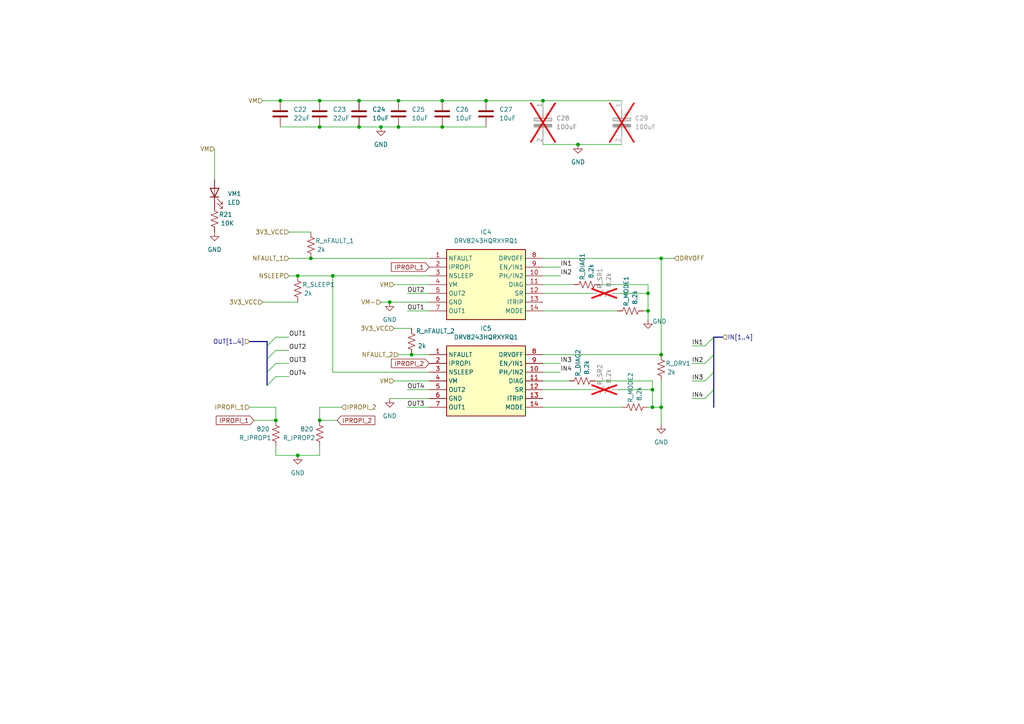
<source format=kicad_sch>
(kicad_sch (version 20231120) (generator "eeschema") (generator_version "8.0")
  (paper "A4")
  (lib_symbols
    (symbol "Device:C" (pin_numbers hide) (pin_names (offset 0.254))
      (property "Reference" "C" (at 0.635 2.54 0))
      (property "Value" "C" (at 0.635 -2.54 0))
      (symbol "C_0_1"
        (polyline (pts (xy -2.032 -0.762) (xy 2.032 -0.762)) (stroke (width 0.508)))
        (polyline (pts (xy -2.032 0.762) (xy 2.032 0.762)) (stroke (width 0.508)))
      )
      (symbol "C_1_1"
        (pin passive line (at 0 3.81 270) (length 2.794) (name "~") (number "1"))
        (pin passive line (at 0 -3.81 90) (length 2.794) (name "~") (number "2"))
      )
    )
    (symbol "Device:LED" (pin_numbers hide) (pin_names (offset 1.016) hide)
      (property "Reference" "D" (at 0 2.54 0))
      (property "Value" "LED" (at 0 -2.54 0))
      (symbol "LED_0_1"
        (polyline (pts (xy -1.27 -1.27) (xy -1.27 1.27)) (stroke (width 0.254)))
        (polyline (pts (xy -1.27 0) (xy 1.27 0)))
        (polyline (pts (xy 1.27 -1.27) (xy 1.27 1.27) (xy -1.27 0) (xy 1.27 -1.27)) (stroke (width 0.254)))
        (polyline (pts (xy -3.048 -0.762) (xy -4.572 -2.286) (xy -3.81 -2.286) (xy -4.572 -2.286) (xy -4.572 -1.524)))
        (polyline (pts (xy -1.778 -0.762) (xy -3.302 -2.286) (xy -2.54 -2.286) (xy -3.302 -2.286) (xy -3.302 -1.524)))
      )
      (symbol "LED_1_1"
        (pin passive line (at -3.81 0 0) (length 2.54) (name "K") (number "1"))
        (pin passive line (at 3.81 0 180) (length 2.54) (name "A") (number "2"))
      )
    )
    (symbol "Device:R_US" (pin_numbers hide) (pin_names (offset 0))
      (property "Reference" "R" (at 2.54 0 90))
      (property "Value" "R_US" (at -2.54 0 90))
      (symbol "R_US_0_1"
        (polyline (pts (xy 0 -2.286) (xy 0 -2.54)))
        (polyline (pts (xy 0 2.286) (xy 0 2.54)))
        (polyline (pts (xy 0 -0.762) (xy 1.016 -1.143) (xy 0 -1.524) (xy -1.016 -1.905) (xy 0 -2.286)))
        (polyline (pts (xy 0 0.762) (xy 1.016 0.381) (xy 0 0) (xy -1.016 -0.381) (xy 0 -0.762)))
        (polyline (pts (xy 0 2.286) (xy 1.016 1.905) (xy 0 1.524) (xy -1.016 1.143) (xy 0 0.762)))
      )
      (symbol "R_US_1_1"
        (pin passive line (at 0 3.81 270) (length 1.27) (name "~") (number "1"))
        (pin passive line (at 0 -3.81 90) (length 1.27) (name "~") (number "2"))
      )
    )
    (symbol "GND_1" (power) (pin_numbers hide) (pin_names (offset 0) hide)
      (property "Value" "GND" (at 0 -3.81 0))
      (symbol "GND_1_0_1"
        (polyline (pts (xy 0 0) (xy 0 -1.27) (xy 1.27 -1.27) (xy 0 -2.54) (xy -1.27 -1.27) (xy 0 -1.27)))
      )
      (symbol "GND_1_1_1"
        (pin power_in line (at 0 0 270) (length 0) (name "~") (number "1"))
      )
    )
    (symbol "SamacSys_Parts:DRV8243HQRXYRQ1"
      (property "Reference" "IC" (at 29.21 7.62 0))
      (property "Value" "DRV8243HQRXYRQ1" (at 29.21 5.08 0))
      (symbol "DRV8243HQRXYRQ1_1_1"
        (rectangle (start 5.08 2.54) (end 27.94 -17.78) (stroke (width 0.254)) (fill (type background)))
        (pin passive line (at 0 0 0) (length 5.08) (name "NFAULT") (number "1"))
        (pin passive line (at 33.02 -5.08 180) (length 5.08) (name "PH/IN2") (number "10"))
        (pin passive line (at 33.02 -7.62 180) (length 5.08) (name "DIAG") (number "11"))
        (pin passive line (at 33.02 -10.16 180) (length 5.08) (name "SR") (number "12"))
        (pin passive line (at 33.02 -12.7 180) (length 5.08) (name "ITRIP") (number "13"))
        (pin passive line (at 33.02 -15.24 180) (length 5.08) (name "MODE") (number "14"))
        (pin passive line (at 0 -2.54 0) (length 5.08) (name "IPROPI") (number "2"))
        (pin passive line (at 0 -5.08 0) (length 5.08) (name "NSLEEP") (number "3"))
        (pin passive line (at 0 -7.62 0) (length 5.08) (name "VM") (number "4"))
        (pin passive line (at 0 -10.16 0) (length 5.08) (name "OUT2") (number "5"))
        (pin passive line (at 0 -12.7 0) (length 5.08) (name "GND") (number "6"))
        (pin passive line (at 0 -15.24 0) (length 5.08) (name "OUT1") (number "7"))
        (pin passive line (at 33.02 0 180) (length 5.08) (name "DRVOFF") (number "8"))
        (pin passive line (at 33.02 -2.54 180) (length 5.08) (name "EN/IN1") (number "9"))
      )
    )
    (symbol "SamacSys_Parts:EEU-FC1J101LB" (pin_names hide)
      (property "Reference" "C" (at 8.89 6.35 0))
      (property "Value" "EEU-FC1J101LB" (at 8.89 3.81 0))
      (symbol "EEU-FC1J101LB_1_1"
        (polyline (pts (xy 2.54 0) (xy 5.08 0)) (stroke (width 0.254)))
        (polyline (pts (xy 4.064 1.778) (xy 4.064 0.762)) (stroke (width 0.254)))
        (polyline (pts (xy 4.572 1.27) (xy 3.556 1.27)) (stroke (width 0.254)))
        (polyline (pts (xy 7.62 0) (xy 10.16 0)) (stroke (width 0.254)))
        (polyline (pts (xy 7.62 2.54) (xy 7.62 -2.54) (xy 6.858 -2.54) (xy 6.858 2.54) (xy 7.62 2.54)) (stroke (width 0.254)) (fill (type outline)))
        (rectangle (start 5.08 2.54) (end 5.842 -2.54) (stroke (width 0.254)) (fill (type background)))
        (pin passive line (at 0 0 0) (length 2.54) (name "+") (number "1"))
        (pin passive line (at 12.7 0 180) (length 2.54) (name "-") (number "2"))
      )
    )
    (symbol "power:GND" (power) (pin_names (offset 0))
      (property "Value" "GND" (at 0 -3.81 0))
      (symbol "GND_0_1"
        (polyline (pts (xy 0 0) (xy 0 -1.27) (xy 1.27 -1.27) (xy 0 -2.54) (xy -1.27 -1.27) (xy 0 -1.27)))
      )
      (symbol "GND_1_1"
        (pin power_in line (at 0 0 270) (length 0) hide (name "GND") (number "1"))
      )
    )
  )
  (junction (at 96.52 80.01))
  (junction (at 119.38 102.87))
  (junction (at 115.57 36.83))
  (junction (at 92.71 121.92))
  (junction (at 189.23 113.03))
  (junction (at 92.71 36.83))
  (junction (at 189.23 118.11))
  (junction (at 113.03 87.63))
  (junction (at 86.36 80.01))
  (junction (at 104.14 29.21))
  (junction (at 128.27 29.21))
  (junction (at 115.57 29.21))
  (junction (at 92.71 29.21))
  (junction (at 140.97 29.21))
  (junction (at 187.96 90.17))
  (junction (at 128.27 36.83))
  (junction (at 157.48 29.21))
  (junction (at 167.64 41.91))
  (junction (at 90.17 74.93))
  (junction (at 191.77 102.87))
  (junction (at 191.77 74.93))
  (junction (at 86.36 132.08))
  (junction (at 81.28 29.21))
  (junction (at 187.96 85.09))
  (junction (at 104.14 36.83))
  (junction (at 191.77 118.11))
  (junction (at 110.49 36.83))
  (junction (at 80.01 121.92))
  (bus_entry (at 77.47 104.14) (size 2.54 -2.54))
  (bus_entry (at 77.47 100.33) (size 2.54 -2.54))
  (bus_entry (at 207.01 113.03) (size -2.54 2.54))
  (bus_entry (at 77.47 111.76) (size 2.54 -2.54))
  (bus_entry (at 77.47 107.95) (size 2.54 -2.54))
  (bus_entry (at 207.01 107.95) (size -2.54 2.54))
  (bus_entry (at 207.01 102.87) (size -2.54 2.54))
  (bus_entry (at 207.01 97.79) (size -2.54 2.54))
  (wire (pts (xy 96.52 107.95) (xy 96.52 80.01)))
  (wire (pts (xy 191.77 118.11) (xy 189.23 118.11)))
  (bus (pts (xy 207.01 97.79) (xy 207.01 102.87)))
  (wire (pts (xy 124.46 107.95) (xy 96.52 107.95)))
  (wire (pts (xy 115.57 29.21) (xy 128.27 29.21)))
  (wire (pts (xy 97.79 121.92) (xy 92.71 121.92)))
  (wire (pts (xy 157.48 118.11) (xy 180.34 118.11)))
  (wire (pts (xy 92.71 29.21) (xy 104.14 29.21)))
  (wire (pts (xy 104.14 29.21) (xy 115.57 29.21)))
  (bus (pts (xy 77.47 107.95) (xy 77.47 111.76)))
  (wire (pts (xy 114.3 110.49) (xy 124.46 110.49)))
  (wire (pts (xy 81.28 29.21) (xy 92.71 29.21)))
  (wire (pts (xy 157.48 80.01) (xy 162.56 80.01)))
  (wire (pts (xy 173.99 82.55) (xy 187.96 82.55)))
  (wire (pts (xy 72.39 118.11) (xy 80.01 118.11)))
  (wire (pts (xy 73.66 121.92) (xy 80.01 121.92)))
  (bus (pts (xy 207.01 97.79) (xy 209.55 97.79)))
  (wire (pts (xy 140.97 29.21) (xy 157.48 29.21)))
  (bus (pts (xy 72.39 99.06) (xy 77.47 99.06)))
  (wire (pts (xy 119.38 102.87) (xy 124.46 102.87)))
  (wire (pts (xy 118.11 90.17) (xy 124.46 90.17)))
  (wire (pts (xy 80.01 118.11) (xy 80.01 121.92)))
  (wire (pts (xy 92.71 132.08) (xy 92.71 129.54)))
  (wire (pts (xy 83.82 67.31) (xy 90.17 67.31)))
  (wire (pts (xy 92.71 118.11) (xy 92.71 121.92)))
  (wire (pts (xy 118.11 118.11) (xy 124.46 118.11)))
  (wire (pts (xy 157.48 90.17) (xy 179.07 90.17)))
  (bus (pts (xy 207.01 113.03) (xy 207.01 118.11)))
  (wire (pts (xy 179.07 113.03) (xy 189.23 113.03)))
  (wire (pts (xy 200.66 105.41) (xy 204.47 105.41)))
  (bus (pts (xy 207.01 102.87) (xy 207.01 107.95)))
  (wire (pts (xy 124.46 74.93) (xy 90.17 74.93)))
  (bus (pts (xy 207.01 107.95) (xy 207.01 113.03)))
  (wire (pts (xy 157.48 113.03) (xy 171.45 113.03)))
  (wire (pts (xy 200.66 110.49) (xy 204.47 110.49)))
  (wire (pts (xy 99.06 118.11) (xy 92.71 118.11)))
  (wire (pts (xy 157.48 77.47) (xy 162.56 77.47)))
  (wire (pts (xy 187.96 82.55) (xy 187.96 85.09)))
  (wire (pts (xy 179.07 85.09) (xy 187.96 85.09)))
  (wire (pts (xy 80.01 129.54) (xy 80.01 132.08)))
  (wire (pts (xy 157.48 82.55) (xy 166.37 82.55)))
  (wire (pts (xy 62.23 43.18) (xy 62.23 52.07)))
  (wire (pts (xy 157.48 107.95) (xy 162.56 107.95)))
  (wire (pts (xy 86.36 80.01) (xy 96.52 80.01)))
  (wire (pts (xy 157.48 105.41) (xy 162.56 105.41)))
  (wire (pts (xy 128.27 36.83) (xy 140.97 36.83)))
  (wire (pts (xy 191.77 118.11) (xy 191.77 123.19)))
  (wire (pts (xy 113.03 87.63) (xy 124.46 87.63)))
  (wire (pts (xy 157.48 41.91) (xy 167.64 41.91)))
  (wire (pts (xy 110.49 36.83) (xy 115.57 36.83)))
  (wire (pts (xy 96.52 80.01) (xy 124.46 80.01)))
  (wire (pts (xy 80.01 109.22) (xy 83.82 109.22)))
  (wire (pts (xy 118.11 113.03) (xy 124.46 113.03)))
  (wire (pts (xy 191.77 74.93) (xy 195.58 74.93)))
  (wire (pts (xy 187.96 90.17) (xy 187.96 92.71)))
  (wire (pts (xy 189.23 113.03) (xy 189.23 118.11)))
  (wire (pts (xy 172.72 110.49) (xy 189.23 110.49)))
  (bus (pts (xy 77.47 99.06) (xy 77.47 100.33)))
  (wire (pts (xy 200.66 115.57) (xy 204.47 115.57)))
  (wire (pts (xy 189.23 110.49) (xy 189.23 113.03)))
  (wire (pts (xy 187.96 118.11) (xy 189.23 118.11)))
  (wire (pts (xy 114.3 95.25) (xy 119.38 95.25)))
  (wire (pts (xy 80.01 101.6) (xy 83.82 101.6)))
  (wire (pts (xy 115.57 36.83) (xy 128.27 36.83)))
  (bus (pts (xy 77.47 104.14) (xy 77.47 107.95)))
  (wire (pts (xy 80.01 97.79) (xy 83.82 97.79)))
  (wire (pts (xy 86.36 87.63) (xy 76.2 87.63)))
  (wire (pts (xy 157.48 74.93) (xy 191.77 74.93)))
  (wire (pts (xy 104.14 36.83) (xy 110.49 36.83)))
  (wire (pts (xy 187.96 85.09) (xy 187.96 90.17)))
  (wire (pts (xy 80.01 132.08) (xy 86.36 132.08)))
  (wire (pts (xy 118.11 85.09) (xy 124.46 85.09)))
  (wire (pts (xy 110.49 87.63) (xy 113.03 87.63)))
  (wire (pts (xy 90.17 74.93) (xy 83.82 74.93)))
  (wire (pts (xy 81.28 36.83) (xy 92.71 36.83)))
  (wire (pts (xy 86.36 80.01) (xy 83.82 80.01)))
  (wire (pts (xy 80.01 105.41) (xy 83.82 105.41)))
  (wire (pts (xy 157.48 29.21) (xy 180.34 29.21)))
  (wire (pts (xy 191.77 74.93) (xy 191.77 102.87)))
  (wire (pts (xy 113.03 115.57) (xy 124.46 115.57)))
  (wire (pts (xy 157.48 85.09) (xy 171.45 85.09)))
  (wire (pts (xy 157.48 110.49) (xy 165.1 110.49)))
  (wire (pts (xy 200.66 100.33) (xy 204.47 100.33)))
  (wire (pts (xy 114.3 82.55) (xy 124.46 82.55)))
  (wire (pts (xy 187.96 90.17) (xy 186.69 90.17)))
  (wire (pts (xy 92.71 36.83) (xy 104.14 36.83)))
  (wire (pts (xy 76.2 29.21) (xy 81.28 29.21)))
  (wire (pts (xy 115.57 102.87) (xy 119.38 102.87)))
  (wire (pts (xy 167.64 41.91) (xy 180.34 41.91)))
  (wire (pts (xy 157.48 102.87) (xy 191.77 102.87)))
  (wire (pts (xy 86.36 132.08) (xy 92.71 132.08)))
  (bus (pts (xy 77.47 100.33) (xy 77.47 104.14)))
  (wire (pts (xy 128.27 29.21) (xy 140.97 29.21)))
  (wire (pts (xy 191.77 110.49) (xy 191.77 118.11)))
  (label "IN3" (at 200.66 110.49 0))
  (label "OUT3" (at 83.82 105.41 0))
  (label "OUT3" (at 118.11 118.11 0))
  (label "IN4" (at 200.66 115.57 0))
  (label "IN4" (at 162.56 107.95 0))
  (label "OUT1" (at 83.82 97.79 0))
  (label "OUT4" (at 118.11 113.03 0))
  (label "OUT2" (at 83.82 101.6 0))
  (label "OUT4" (at 83.82 109.22 0))
  (label "OUT2" (at 118.11 85.09 0))
  (label "IN3" (at 162.56 105.41 0))
  (label "IN2" (at 200.66 105.41 0))
  (label "OUT1" (at 118.11 90.17 0))
  (label "IN1" (at 162.56 77.47 0))
  (label "IN1" (at 200.66 100.33 0))
  (label "IN2" (at 162.56 80.01 0))
  (global_label "IPROPI_1" (shape input) (at 124.46 77.47 180) (property "Intersheetrefs" "${INTERSHEET_REFS}" (effects (hide yes))))
  (global_label "IPROPI_2" (shape input) (at 97.79 121.92 0) (property "Intersheetrefs" "${INTERSHEET_REFS}" (effects (hide yes))))
  (global_label "IPROPI_2" (shape input) (at 124.46 105.41 180) (property "Intersheetrefs" "${INTERSHEET_REFS}" (effects (hide yes))))
  (global_label "IPROPI_1" (shape input) (at 73.66 121.92 180) (property "Intersheetrefs" "${INTERSHEET_REFS}" (effects (hide yes))))
  (hierarchical_label "VM" (shape input) (at 62.23 43.18 180))
  (hierarchical_label "3V3_VCC" (shape input) (at 76.2 87.63 180))
  (hierarchical_label "DRVOFF" (shape input) (at 195.58 74.93 0))
  (hierarchical_label "NFAULT_1" (shape input) (at 83.82 74.93 180))
  (hierarchical_label "VM" (shape input) (at 114.3 110.49 180))
  (hierarchical_label "VM" (shape input) (at 114.3 82.55 180))
  (hierarchical_label "3V3_VCC" (shape input) (at 83.82 67.31 180))
  (hierarchical_label "VM-" (shape input) (at 110.49 87.63 180))
  (hierarchical_label "NFAULT_2" (shape input) (at 115.57 102.87 180))
  (hierarchical_label "NSLEEP" (shape input) (at 83.82 80.01 180))
  (hierarchical_label "3V3_VCC" (shape input) (at 114.3 95.25 180))
  (hierarchical_label "IN[1..4]" (shape input) (at 209.55 97.79 0))
  (hierarchical_label "IPROPI_1" (shape input) (at 72.39 118.11 180))
  (hierarchical_label "VM" (shape input) (at 76.2 29.21 180))
  (hierarchical_label "IPROPI_2" (shape input) (at 99.06 118.11 0))
  (hierarchical_label "OUT[1..4]" (shape input) (at 72.39 99.06 180))
  (symbol (lib_id "Device:R_US") (at 175.26 85.09 270) (unit 1) (dnp yes)
    (property "Reference" "R_SR1" (at 173.99 83.82 0) (effects (justify right)))
    (property "Value" "8.2k" (at 176.53 83.312 0) (effects (justify right)))
    (property "Footprint" "Resistor_SMD:R_0603_1608Metric" (effects (hide yes)))
    (property "Description" "Resistor, US symbol" (effects (hide yes)))
    (property "LCSC" "C25981" (effects (hide yes)))
    (property "LCSC Part" "C25981" (effects (hide yes)))
    (property "LCSC Part Number" "C25981" (effects (hide yes)))
  )
  (symbol (lib_id "Device:C") (at 104.14 33.02 0) (unit 1)
    (property "Reference" "C24" (at 107.95 31.7499 0) (effects (justify left)))
    (property "Value" "10uF" (at 107.95 34.2899 0) (effects (justify left)))
    (property "Footprint" "Capacitor_SMD:C_1210_3225Metric" (effects (hide yes)))
    (property "Description" "Unpolarized capacitor" (effects (hide yes)))
    (property "LCSC" "C2929200" (effects (hide yes)))
    (property "LCSC Part Number" "C2929200" (effects (hide yes)))
    (property "LCSC Part" "C2929200" (effects (hide yes)))
  )
  (symbol (lib_id "SamacSys_Parts:DRV8243HQRXYRQ1") (at 124.46 74.93 0) (unit 1)
    (property "Reference" "IC4" (at 140.97 67.31 0))
    (property "Value" "DRV8243HQRXYRQ1" (at 140.97 69.85 0))
    (property "Footprint" "SamacSys_Parts:DRV8243HQRXYRQ1" (effects (hide yes)))
    (property "Description" "Motor/Motion/Ignition Controllers & Drivers Automotive 40-V, 12-A H-Bridge driver with integrated current sensing and feedback" (effects (hide yes)))
    (property "Height" "1" (effects (hide yes)))
    (property "Mouser Part Number" "595-DRV8243HQRXYRQ1" (effects (hide yes)))
    (property "Mouser Price/Stock" "https://www.mouser.co.uk/ProductDetail/Texas-Instruments/DRV8243HQRXYRQ1?qs=Li%252BoUPsLEnvMQk81ohmH%252BA%3D%3D" (effects (hide yes)))
    (property "Manufacturer_Name" "Texas Instruments" (effects (hide yes)))
    (property "Manufacturer_Part_Number" "DRV8243HQRXYRQ1" (effects (hide yes)))
  )
  (symbol (lib_id "Device:C") (at 128.27 33.02 0) (unit 1)
    (property "Reference" "C26" (at 132.08 31.7499 0) (effects (justify left)))
    (property "Value" "10uF" (at 132.08 34.2899 0) (effects (justify left)))
    (property "Footprint" "Capacitor_SMD:C_1210_3225Metric" (effects (hide yes)))
    (property "Description" "Unpolarized capacitor" (effects (hide yes)))
    (property "LCSC" "C2929200" (effects (hide yes)))
    (property "LCSC Part Number" "C2929200" (effects (hide yes)))
    (property "LCSC Part" "C2929200" (effects (hide yes)))
  )
  (symbol (lib_id "Device:R_US") (at 175.26 113.03 270) (unit 1) (dnp yes)
    (property "Reference" "R_SR2" (at 173.99 111.76 0) (effects (justify right)))
    (property "Value" "8.2k" (at 176.53 111.252 0) (effects (justify right)))
    (property "Footprint" "Resistor_SMD:R_0603_1608Metric" (effects (hide yes)))
    (property "Description" "Resistor, US symbol" (effects (hide yes)))
    (property "LCSC" "C25981" (effects (hide yes)))
    (property "LCSC Part" "C25981" (effects (hide yes)))
    (property "LCSC Part Number" "C25981" (effects (hide yes)))
  )
  (symbol (lib_id "Device:R_US") (at 168.91 110.49 270) (unit 1)
    (property "Reference" "R_DIAG2" (at 167.64 109.22 0) (effects (justify right)))
    (property "Value" "8.2k" (at 170.18 108.712 0) (effects (justify right)))
    (property "Footprint" "Resistor_SMD:R_0603_1608Metric" (effects (hide yes)))
    (property "Description" "Resistor, US symbol" (effects (hide yes)))
    (property "LCSC" "C25981" (effects (hide yes)))
    (property "LCSC Part" "C25981" (effects (hide yes)))
    (property "LCSC Part Number" "C25981" (effects (hide yes)))
  )
  (symbol (lib_id "Device:R_US") (at 119.38 99.06 180) (unit 1)
    (property "Reference" "R_nFAULT_2" (at 120.65 96.012 0) (effects (justify right)))
    (property "Value" "2k" (at 121.158 100.33 0) (effects (justify right)))
    (property "Footprint" "Resistor_SMD:R_0603_1608Metric" (effects (hide yes)))
    (property "Description" "Resistor, US symbol" (effects (hide yes)))
    (property "LCSC" "C217936" (effects (hide yes)))
    (property "LCSC Part" "C217936" (effects (hide yes)))
    (property "LCSC Part Number" "C217936" (effects (hide yes)))
  )
  (symbol (lib_id "power:GND") (at 113.03 87.63 0) (unit 1)
    (property "Reference" "#PWR046" (effects (hide yes)))
    (property "Value" "GND" (at 113.03 92.71 0))
  )
  (symbol (lib_id "Device:C") (at 140.97 33.02 0) (unit 1)
    (property "Reference" "C27" (at 144.78 31.7499 0) (effects (justify left)))
    (property "Value" "10uF" (at 144.78 34.2899 0) (effects (justify left)))
    (property "Footprint" "Capacitor_SMD:C_1210_3225Metric" (effects (hide yes)))
    (property "Description" "Unpolarized capacitor" (effects (hide yes)))
    (property "LCSC" "C2929200" (effects (hide yes)))
    (property "LCSC Part Number" "C2929200" (effects (hide yes)))
    (property "LCSC Part" "C2929200" (effects (hide yes)))
  )
  (symbol (lib_id "Device:R_US") (at 184.15 118.11 270) (unit 1)
    (property "Reference" "R_MODE2" (at 182.88 116.84 0) (effects (justify right)))
    (property "Value" "8.2k" (at 185.42 116.332 0) (effects (justify right)))
    (property "Footprint" "Resistor_SMD:R_0603_1608Metric" (effects (hide yes)))
    (property "Description" "Resistor, US symbol" (effects (hide yes)))
    (property "LCSC" "C25981" (effects (hide yes)))
    (property "LCSC Part" "C25981" (effects (hide yes)))
    (property "LCSC Part Number" "C25981" (effects (hide yes)))
  )
  (symbol (lib_id "power:GND") (at 86.36 132.08 0) (unit 1)
    (property "Reference" "#PWR04" (effects (hide yes)))
    (property "Value" "GND" (at 86.36 137.16 0))
  )
  (symbol (lib_id "power:GND") (at 113.03 115.57 0) (unit 1)
    (property "Reference" "#PWR030" (effects (hide yes)))
    (property "Value" "GND" (at 113.03 120.65 0))
  )
  (symbol (lib_id "SamacSys_Parts:EEU-FC1J101LB") (at 180.34 29.21 270) (unit 1) (dnp yes)
    (property "Reference" "C29" (at 184.15 34.2899 90) (effects (justify left)))
    (property "Value" "100uF" (at 184.15 36.8299 90) (effects (justify left)))
    (property "Footprint" "CAPPRD350W65D800H1650" (effects (hide yes)))
    (property "Datasheet" "http://industrial.panasonic.com/cdbs/www-data/pdf/RDF0000/ABA0000C1209.pdf" (effects (hide yes)))
    (property "Description" "Aluminium Electrolytic Capacitor, Radial Lead, AEC-Q200, 105?C" (effects (hide yes)))
    (property "Height" "16.5" (effects (hide yes)))
    (property "Mouser Part Number" "667-EEU-FC1J101LB" (effects (hide yes)))
    (property "Mouser Price/Stock" "https://www.mouser.co.uk/ProductDetail/Panasonic/EEU-FC1J101LB?qs=S7VFkBl86Ar8dEtOu0Qd9w%3D%3D" (effects (hide yes)))
    (property "Manufacturer_Name" "Panasonic" (effects (hide yes)))
    (property "Manufacturer_Part_Number" "EEU-FC1J101LB" (effects (hide yes)))
  )
  (symbol (lib_name "GND_1") (lib_id "power:GND") (at 110.49 36.83 0) (unit 1)
    (property "Reference" "#PWR035" (effects (hide yes)))
    (property "Value" "GND" (at 110.49 41.91 0))
    (property "Description" "Power symbol creates a global label with name \"GND\" , ground" (effects (hide yes)))
  )
  (symbol (lib_name "GND_1") (lib_id "power:GND") (at 167.64 41.91 0) (unit 1)
    (property "Reference" "#PWR036" (effects (hide yes)))
    (property "Value" "GND" (at 167.64 46.99 0))
    (property "Description" "Power symbol creates a global label with name \"GND\" , ground" (effects (hide yes)))
  )
  (symbol (lib_id "Device:C") (at 115.57 33.02 0) (unit 1)
    (property "Reference" "C25" (at 119.38 31.7499 0) (effects (justify left)))
    (property "Value" "10uF" (at 119.38 34.2899 0) (effects (justify left)))
    (property "Footprint" "Capacitor_SMD:C_0603_1608Metric" (effects (hide yes)))
    (property "Description" "Unpolarized capacitor" (effects (hide yes)))
    (property "LCSC" "C96446" (effects (hide yes)))
    (property "LCSC Part Number" "C96446" (effects (hide yes)))
    (property "LCSC Part" "C96446" (effects (hide yes)))
  )
  (symbol (lib_id "Device:R_US") (at 62.23 63.5 180) (unit 1)
    (property "Reference" "R21" (at 63.5 62.23 0) (effects (justify right)))
    (property "Value" "10K" (at 64.008 64.77 0) (effects (justify right)))
    (property "Footprint" "Resistor_SMD:R_0603_1608Metric" (effects (hide yes)))
    (property "Description" "Resistor, US symbol" (effects (hide yes)))
    (property "LCSC" "C469659" (effects (hide yes)))
    (property "LCSC Part" "C469659" (effects (hide yes)))
    (property "LCSC Part Number" "C469659" (effects (hide yes)))
  )
  (symbol (lib_id "Device:R_US") (at 191.77 106.68 180) (unit 1)
    (property "Reference" "R_DRV1" (at 193.04 105.41 0) (effects (justify right)))
    (property "Value" "2k" (at 193.548 107.95 0) (effects (justify right)))
    (property "Footprint" "Resistor_SMD:R_0603_1608Metric" (effects (hide yes)))
    (property "Description" "Resistor, US symbol" (effects (hide yes)))
    (property "LCSC" "C217936" (effects (hide yes)))
    (property "LCSC Part" "C217936" (effects (hide yes)))
    (property "LCSC Part Number" "C217936" (effects (hide yes)))
  )
  (symbol (lib_id "Device:R_US") (at 92.71 125.73 0) (unit 1)
    (property "Reference" "R_IPROP2" (at 91.44 127 0) (effects (justify right)))
    (property "Value" "820" (at 90.932 124.46 0) (effects (justify right)))
    (property "Footprint" "Resistor_SMD:R_0603_1608Metric" (effects (hide yes)))
    (property "Description" "Resistor, US symbol" (effects (hide yes)))
    (property "LCSC" "C23253" (effects (hide yes)))
    (property "LCSC Part" "C23253" (effects (hide yes)))
    (property "LCSC Part Number" "C23253" (effects (hide yes)))
  )
  (symbol (lib_id "power:GND") (at 191.77 123.19 0) (unit 1)
    (property "Reference" "#PWR03" (effects (hide yes)))
    (property "Value" "GND" (at 191.77 128.27 0))
  )
  (symbol (lib_id "Device:R_US") (at 80.01 125.73 0) (unit 1)
    (property "Reference" "R_IPROP1" (at 78.74 127 0) (effects (justify right)))
    (property "Value" "820" (at 78.232 124.46 0) (effects (justify right)))
    (property "Footprint" "Resistor_SMD:R_0603_1608Metric" (effects (hide yes)))
    (property "Description" "Resistor, US symbol" (effects (hide yes)))
    (property "LCSC" "C23253" (effects (hide yes)))
    (property "LCSC Part" "C23253" (effects (hide yes)))
    (property "LCSC Part Number" "C23253" (effects (hide yes)))
  )
  (symbol (lib_id "Device:R_US") (at 86.36 83.82 180) (unit 1)
    (property "Reference" "R_SLEEP1" (at 87.63 82.55 0) (effects (justify right)))
    (property "Value" "2k" (at 88.138 85.09 0) (effects (justify right)))
    (property "Footprint" "Resistor_SMD:R_0603_1608Metric" (effects (hide yes)))
    (property "Description" "Resistor, US symbol" (effects (hide yes)))
    (property "LCSC" "C217936" (effects (hide yes)))
    (property "LCSC Part" "C217936" (effects (hide yes)))
    (property "LCSC Part Number" "C217936" (effects (hide yes)))
  )
  (symbol (lib_id "Device:R_US") (at 170.18 82.55 270) (unit 1)
    (property "Reference" "R_DIAG1" (at 168.91 81.28 0) (effects (justify right)))
    (property "Value" "8.2k" (at 171.45 80.772 0) (effects (justify right)))
    (property "Footprint" "Resistor_SMD:R_0603_1608Metric" (effects (hide yes)))
    (property "Description" "Resistor, US symbol" (effects (hide yes)))
    (property "LCSC" "C25981" (effects (hide yes)))
    (property "LCSC Part" "C25981" (effects (hide yes)))
    (property "LCSC Part Number" "C25981" (effects (hide yes)))
  )
  (symbol (lib_id "Device:LED") (at 62.23 55.88 90) (unit 1)
    (property "Reference" "VM1" (at 66.04 56.1974 90) (effects (justify right)))
    (property "Value" "LED" (at 66.04 58.7374 90) (effects (justify right)))
    (property "Footprint" "LED_SMD:LED_0603_1608Metric" (effects (hide yes)))
    (property "Description" "Light emitting diode" (effects (hide yes)))
    (property "LCSC" "C965804" (effects (hide yes)))
    (property "LCSC Part" "C965804" (effects (hide yes)))
    (property "LCSC Part Number" "C965804" (effects (hide yes)))
  )
  (symbol (lib_id "power:GND") (at 62.23 67.31 0) (unit 1)
    (property "Reference" "#PWR010" (effects (hide yes)))
    (property "Value" "GND" (at 62.23 72.39 0))
  )
  (symbol (lib_id "Device:C") (at 81.28 33.02 0) (unit 1)
    (property "Reference" "C22" (at 85.09 31.7499 0) (effects (justify left)))
    (property "Value" "22uF" (at 85.09 34.2899 0) (effects (justify left)))
    (property "Footprint" "Capacitor_SMD:C_1210_3225Metric" (effects (hide yes)))
    (property "Description" "Unpolarized capacitor" (effects (hide yes)))
    (property "Voltage Rating" "100V" (effects (hide yes)))
    (property "LCSC" "C2929200" (effects (hide yes)))
    (property "LCSC Part Number" "C2929200" (effects (hide yes)))
  )
  (symbol (lib_id "power:GND") (at 187.96 92.71 0) (unit 1)
    (property "Reference" "#PWR02" (effects (hide yes)))
    (property "Value" "GND" (at 191.262 93.218 0))
  )
  (symbol (lib_id "Device:R_US") (at 90.17 71.12 180) (unit 1)
    (property "Reference" "R_nFAULT_1" (at 91.44 69.85 0) (effects (justify right)))
    (property "Value" "2k" (at 91.948 72.39 0) (effects (justify right)))
    (property "Footprint" "Resistor_SMD:R_0603_1608Metric" (effects (hide yes)))
    (property "Description" "Resistor, US symbol" (effects (hide yes)))
    (property "LCSC" "C217936" (effects (hide yes)))
    (property "LCSC Part" "C217936" (effects (hide yes)))
    (property "LCSC Part Number" "C217936" (effects (hide yes)))
  )
  (symbol (lib_id "Device:C") (at 92.71 33.02 0) (unit 1)
    (property "Reference" "C23" (at 96.52 31.7499 0) (effects (justify left)))
    (property "Value" "22uF" (at 96.52 34.2899 0) (effects (justify left)))
    (property "Footprint" "Capacitor_SMD:C_1210_3225Metric" (effects (hide yes)))
    (property "Description" "Unpolarized capacitor" (effects (hide yes)))
    (property "Voltage Rating" "100V" (effects (hide yes)))
    (property "LCSC" "C2929200" (effects (hide yes)))
    (property "LCSC Part Number" "C2929200" (effects (hide yes)))
  )
  (symbol (lib_id "Device:R_US") (at 182.88 90.17 270) (unit 1)
    (property "Reference" "R_MODE1" (at 181.61 88.9 0) (effects (justify right)))
    (property "Value" "8.2k" (at 184.15 88.392 0) (effects (justify right)))
    (property "Footprint" "Resistor_SMD:R_0603_1608Metric" (effects (hide yes)))
    (property "Description" "Resistor, US symbol" (effects (hide yes)))
    (property "LCSC" "C25981" (effects (hide yes)))
    (property "LCSC Part" "C25981" (effects (hide yes)))
    (property "LCSC Part Number" "C25981" (effects (hide yes)))
  )
  (symbol (lib_id "SamacSys_Parts:DRV8243HQRXYRQ1") (at 124.46 102.87 0) (unit 1)
    (property "Reference" "IC5" (at 140.97 95.25 0))
    (property "Value" "DRV8243HQRXYRQ1" (at 140.97 97.79 0))
    (property "Footprint" "SamacSys_Parts:DRV8243HQRXYRQ1" (effects (hide yes)))
    (property "Description" "Motor/Motion/Ignition Controllers & Drivers Automotive 40-V, 12-A H-Bridge driver with integrated current sensing and feedback" (effects (hide yes)))
    (property "Height" "1" (effects (hide yes)))
    (property "Mouser Part Number" "595-DRV8243HQRXYRQ1" (effects (hide yes)))
    (property "Mouser Price/Stock" "https://www.mouser.co.uk/ProductDetail/Texas-Instruments/DRV8243HQRXYRQ1?qs=Li%252BoUPsLEnvMQk81ohmH%252BA%3D%3D" (effects (hide yes)))
    (property "Manufacturer_Name" "Texas Instruments" (effects (hide yes)))
    (property "Manufacturer_Part_Number" "DRV8243HQRXYRQ1" (effects (hide yes)))
  )
  (symbol (lib_id "SamacSys_Parts:EEU-FC1J101LB") (at 157.48 29.21 270) (unit 1) (dnp yes)
    (property "Reference" "C28" (at 161.29 34.2899 90) (effects (justify left)))
    (property "Value" "100uF" (at 161.29 36.8299 90) (effects (justify left)))
    (property "Footprint" "CAPPRD350W65D800H1650" (effects (hide yes)))
    (property "Datasheet" "http://industrial.panasonic.com/cdbs/www-data/pdf/RDF0000/ABA0000C1209.pdf" (effects (hide yes)))
    (property "Description" "Aluminium Electrolytic Capacitor, Radial Lead, AEC-Q200, 105?C" (effects (hide yes)))
    (property "Height" "16.5" (effects (hide yes)))
    (property "Mouser Part Number" "667-EEU-FC1J101LB" (effects (hide yes)))
    (property "Mouser Price/Stock" "https://www.mouser.co.uk/ProductDetail/Panasonic/EEU-FC1J101LB?qs=S7VFkBl86Ar8dEtOu0Qd9w%3D%3D" (effects (hide yes)))
    (property "Manufacturer_Name" "Panasonic" (effects (hide yes)))
    (property "Manufacturer_Part_Number" "EEU-FC1J101LB" (effects (hide yes)))
  )
)
</source>
